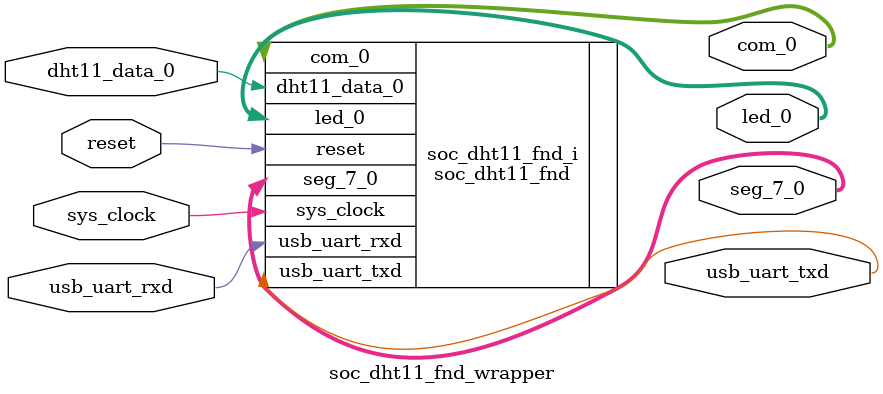
<source format=v>
`timescale 1 ps / 1 ps

module soc_dht11_fnd_wrapper
   (com_0,
    dht11_data_0,
    led_0,
    reset,
    seg_7_0,
    sys_clock,
    usb_uart_rxd,
    usb_uart_txd);
  output [3:0]com_0;
  inout dht11_data_0;
  output [15:0]led_0;
  input reset;
  output [7:0]seg_7_0;
  input sys_clock;
  input usb_uart_rxd;
  output usb_uart_txd;

  wire [3:0]com_0;
  wire dht11_data_0;
  wire [15:0]led_0;
  wire reset;
  wire [7:0]seg_7_0;
  wire sys_clock;
  wire usb_uart_rxd;
  wire usb_uart_txd;

  soc_dht11_fnd soc_dht11_fnd_i
       (.com_0(com_0),
        .dht11_data_0(dht11_data_0),
        .led_0(led_0),
        .reset(reset),
        .seg_7_0(seg_7_0),
        .sys_clock(sys_clock),
        .usb_uart_rxd(usb_uart_rxd),
        .usb_uart_txd(usb_uart_txd));
endmodule

</source>
